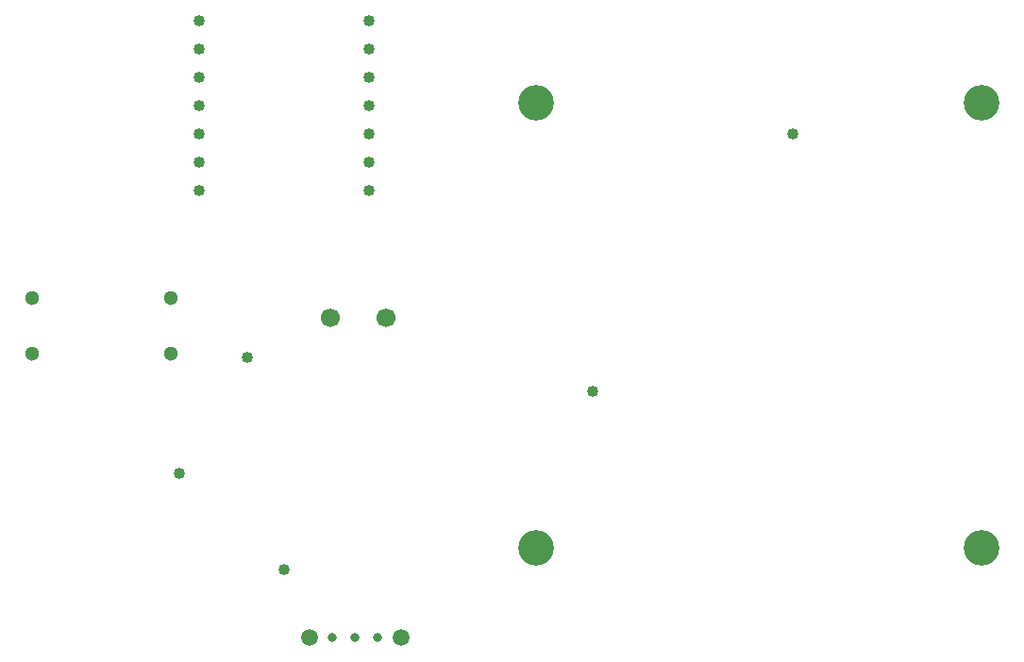
<source format=gbr>
%TF.GenerationSoftware,KiCad,Pcbnew,7.0.9*%
%TF.CreationDate,2024-02-04T13:50:26-08:00*%
%TF.ProjectId,Sensing Device,53656e73-696e-4672-9044-65766963652e,rev?*%
%TF.SameCoordinates,Original*%
%TF.FileFunction,Plated,1,2,PTH,Drill*%
%TF.FilePolarity,Positive*%
%FSLAX46Y46*%
G04 Gerber Fmt 4.6, Leading zero omitted, Abs format (unit mm)*
G04 Created by KiCad (PCBNEW 7.0.9) date 2024-02-04 13:50:26*
%MOMM*%
%LPD*%
G01*
G04 APERTURE LIST*
%TA.AperFunction,ComponentDrill*%
%ADD10C,0.812800*%
%TD*%
%TA.AperFunction,ViaDrill*%
%ADD11C,1.016000*%
%TD*%
%TA.AperFunction,ComponentDrill*%
%ADD12C,1.016000*%
%TD*%
%TA.AperFunction,ComponentDrill*%
%ADD13C,1.300000*%
%TD*%
%TA.AperFunction,ComponentDrill*%
%ADD14C,1.498600*%
%TD*%
%TA.AperFunction,ComponentDrill*%
%ADD15C,1.700000*%
%TD*%
%TA.AperFunction,ComponentDrill*%
%ADD16C,3.200000*%
%TD*%
G04 APERTURE END LIST*
D10*
%TO.C,SW2*%
X91764099Y-98044000D03*
X93764100Y-98044000D03*
X95764101Y-98044000D03*
%TD*%
D11*
X77978000Y-83312000D03*
X84074000Y-72898000D03*
X87376000Y-91948000D03*
X115062000Y-75946000D03*
X133080000Y-52832000D03*
D12*
%TO.C,U1*%
X79756000Y-42672000D03*
X79756000Y-45212000D03*
X79756000Y-47752000D03*
X79756000Y-50292000D03*
X79756000Y-52832000D03*
X79756000Y-55372000D03*
X79756000Y-57912000D03*
X94996000Y-42672000D03*
X94996000Y-45212000D03*
X94996000Y-47752000D03*
X94996000Y-50292000D03*
X94996000Y-52832000D03*
X94996000Y-55372000D03*
X94996000Y-57912000D03*
D13*
%TO.C,SW1*%
X64760000Y-67500000D03*
X64760000Y-72500000D03*
X77260000Y-67500000D03*
X77260000Y-72500000D03*
D14*
%TO.C,SW2*%
X89662000Y-98044000D03*
X97866200Y-98044000D03*
D15*
%TO.C,J1*%
X91520000Y-69342000D03*
X96520000Y-69342000D03*
D16*
%TO.C,J2*%
X110000000Y-50000000D03*
X110000000Y-90000000D03*
X150000000Y-50000000D03*
X150000000Y-90000000D03*
M02*

</source>
